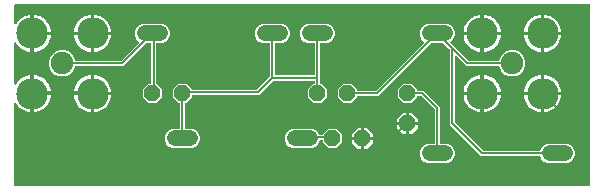
<source format=gbr>
G04 EAGLE Gerber RS-274X export*
G75*
%MOMM*%
%FSLAX34Y34*%
%LPD*%
%INTop Copper*%
%IPPOS*%
%AMOC8*
5,1,8,0,0,1.08239X$1,22.5*%
G01*
%ADD10C,1.905000*%
%ADD11C,2.667000*%
%ADD12C,1.320800*%
%ADD13P,1.429621X8X22.500000*%
%ADD14P,1.429621X8X292.500000*%
%ADD15C,0.152400*%

G36*
X534998Y810264D02*
X534998Y810264D01*
X535017Y810262D01*
X535119Y810284D01*
X535221Y810300D01*
X535238Y810310D01*
X535258Y810314D01*
X535347Y810367D01*
X535438Y810416D01*
X535452Y810430D01*
X535469Y810440D01*
X535536Y810519D01*
X535608Y810594D01*
X535616Y810612D01*
X535629Y810627D01*
X535668Y810723D01*
X535711Y810817D01*
X535713Y810837D01*
X535721Y810855D01*
X535739Y811022D01*
X535739Y963678D01*
X535736Y963698D01*
X535738Y963717D01*
X535716Y963819D01*
X535700Y963921D01*
X535690Y963938D01*
X535686Y963958D01*
X535633Y964047D01*
X535584Y964138D01*
X535570Y964152D01*
X535560Y964169D01*
X535481Y964236D01*
X535406Y964308D01*
X535388Y964316D01*
X535373Y964329D01*
X535277Y964368D01*
X535183Y964411D01*
X535163Y964413D01*
X535145Y964421D01*
X534978Y964439D01*
X49022Y964439D01*
X49002Y964436D01*
X48983Y964438D01*
X48881Y964416D01*
X48779Y964400D01*
X48762Y964390D01*
X48742Y964386D01*
X48653Y964333D01*
X48562Y964284D01*
X48548Y964270D01*
X48531Y964260D01*
X48464Y964181D01*
X48392Y964106D01*
X48384Y964088D01*
X48371Y964073D01*
X48332Y963977D01*
X48289Y963883D01*
X48287Y963863D01*
X48279Y963845D01*
X48261Y963678D01*
X48261Y948268D01*
X48268Y948220D01*
X48267Y948172D01*
X48288Y948100D01*
X48300Y948025D01*
X48323Y947983D01*
X48337Y947937D01*
X48380Y947874D01*
X48416Y947808D01*
X48450Y947775D01*
X48478Y947735D01*
X48539Y947690D01*
X48594Y947638D01*
X48637Y947618D01*
X48676Y947590D01*
X48748Y947567D01*
X48817Y947535D01*
X48865Y947529D01*
X48910Y947515D01*
X48986Y947516D01*
X49061Y947508D01*
X49108Y947518D01*
X49156Y947518D01*
X49228Y947544D01*
X49302Y947560D01*
X49343Y947584D01*
X49388Y947600D01*
X49448Y947647D01*
X49513Y947686D01*
X49544Y947722D01*
X49582Y947752D01*
X49658Y947856D01*
X49673Y947873D01*
X49675Y947879D01*
X49681Y947887D01*
X50173Y948738D01*
X51439Y950389D01*
X52911Y951861D01*
X54562Y953128D01*
X56364Y954168D01*
X58287Y954964D01*
X60297Y955503D01*
X61878Y955711D01*
X61878Y940661D01*
X61881Y940641D01*
X61879Y940622D01*
X61901Y940520D01*
X61918Y940418D01*
X61927Y940401D01*
X61931Y940381D01*
X61984Y940292D01*
X62033Y940201D01*
X62047Y940187D01*
X62057Y940170D01*
X62136Y940103D01*
X62211Y940032D01*
X62229Y940023D01*
X62244Y940010D01*
X62340Y939972D01*
X62434Y939928D01*
X62454Y939926D01*
X62472Y939918D01*
X62639Y939900D01*
X63402Y939900D01*
X63402Y939898D01*
X62639Y939898D01*
X62619Y939895D01*
X62600Y939897D01*
X62498Y939875D01*
X62396Y939858D01*
X62379Y939849D01*
X62359Y939845D01*
X62270Y939792D01*
X62179Y939743D01*
X62165Y939729D01*
X62148Y939719D01*
X62081Y939640D01*
X62010Y939565D01*
X62001Y939547D01*
X61988Y939532D01*
X61949Y939436D01*
X61906Y939342D01*
X61904Y939322D01*
X61896Y939304D01*
X61878Y939137D01*
X61878Y924087D01*
X60297Y924295D01*
X58287Y924834D01*
X56364Y925630D01*
X54562Y926670D01*
X52911Y927937D01*
X51439Y929409D01*
X50173Y931060D01*
X49681Y931911D01*
X49651Y931948D01*
X49628Y931990D01*
X49574Y932042D01*
X49525Y932101D01*
X49485Y932127D01*
X49450Y932160D01*
X49381Y932192D01*
X49317Y932232D01*
X49271Y932243D01*
X49227Y932263D01*
X49152Y932272D01*
X49078Y932289D01*
X49030Y932285D01*
X48983Y932290D01*
X48908Y932274D01*
X48833Y932268D01*
X48789Y932248D01*
X48742Y932238D01*
X48677Y932199D01*
X48608Y932169D01*
X48572Y932137D01*
X48531Y932112D01*
X48482Y932054D01*
X48426Y932003D01*
X48402Y931962D01*
X48371Y931925D01*
X48343Y931855D01*
X48306Y931789D01*
X48297Y931742D01*
X48279Y931697D01*
X48265Y931569D01*
X48261Y931547D01*
X48262Y931540D01*
X48261Y931530D01*
X48261Y897270D01*
X48268Y897222D01*
X48267Y897174D01*
X48288Y897102D01*
X48300Y897027D01*
X48323Y896985D01*
X48337Y896939D01*
X48380Y896876D01*
X48416Y896810D01*
X48450Y896777D01*
X48478Y896737D01*
X48539Y896692D01*
X48594Y896640D01*
X48637Y896620D01*
X48676Y896592D01*
X48748Y896569D01*
X48817Y896537D01*
X48865Y896531D01*
X48910Y896517D01*
X48986Y896518D01*
X49061Y896510D01*
X49108Y896520D01*
X49156Y896520D01*
X49228Y896546D01*
X49302Y896562D01*
X49343Y896586D01*
X49388Y896602D01*
X49448Y896649D01*
X49513Y896688D01*
X49544Y896724D01*
X49582Y896754D01*
X49658Y896858D01*
X49673Y896875D01*
X49675Y896881D01*
X49681Y896889D01*
X50173Y897740D01*
X51439Y899391D01*
X52911Y900863D01*
X54562Y902130D01*
X56364Y903170D01*
X58287Y903966D01*
X60297Y904505D01*
X61878Y904713D01*
X61878Y889663D01*
X61881Y889643D01*
X61879Y889624D01*
X61901Y889522D01*
X61918Y889420D01*
X61927Y889403D01*
X61931Y889383D01*
X61984Y889294D01*
X62033Y889203D01*
X62047Y889189D01*
X62057Y889172D01*
X62136Y889105D01*
X62211Y889034D01*
X62229Y889025D01*
X62244Y889012D01*
X62340Y888974D01*
X62434Y888930D01*
X62454Y888928D01*
X62472Y888920D01*
X62639Y888902D01*
X63402Y888902D01*
X63402Y888900D01*
X62639Y888900D01*
X62619Y888897D01*
X62600Y888899D01*
X62498Y888877D01*
X62396Y888860D01*
X62379Y888851D01*
X62359Y888847D01*
X62270Y888794D01*
X62179Y888745D01*
X62165Y888731D01*
X62148Y888721D01*
X62081Y888642D01*
X62010Y888567D01*
X62001Y888549D01*
X61988Y888534D01*
X61949Y888438D01*
X61906Y888344D01*
X61904Y888324D01*
X61896Y888306D01*
X61878Y888139D01*
X61878Y873089D01*
X60297Y873297D01*
X58287Y873836D01*
X56364Y874632D01*
X54562Y875672D01*
X52911Y876939D01*
X51439Y878411D01*
X50173Y880062D01*
X49681Y880913D01*
X49651Y880950D01*
X49628Y880992D01*
X49574Y881044D01*
X49525Y881103D01*
X49485Y881129D01*
X49450Y881162D01*
X49381Y881194D01*
X49317Y881234D01*
X49271Y881245D01*
X49227Y881265D01*
X49152Y881274D01*
X49078Y881291D01*
X49030Y881287D01*
X48983Y881292D01*
X48908Y881276D01*
X48833Y881270D01*
X48789Y881250D01*
X48742Y881240D01*
X48677Y881201D01*
X48608Y881171D01*
X48572Y881139D01*
X48531Y881114D01*
X48482Y881056D01*
X48426Y881005D01*
X48402Y880964D01*
X48371Y880927D01*
X48343Y880857D01*
X48306Y880791D01*
X48297Y880744D01*
X48279Y880699D01*
X48265Y880571D01*
X48261Y880549D01*
X48262Y880542D01*
X48261Y880532D01*
X48261Y811022D01*
X48264Y811002D01*
X48262Y810983D01*
X48284Y810881D01*
X48300Y810779D01*
X48310Y810762D01*
X48314Y810742D01*
X48367Y810653D01*
X48416Y810562D01*
X48430Y810548D01*
X48440Y810531D01*
X48519Y810464D01*
X48594Y810392D01*
X48612Y810384D01*
X48627Y810371D01*
X48723Y810332D01*
X48817Y810289D01*
X48837Y810287D01*
X48855Y810279D01*
X49022Y810261D01*
X534978Y810261D01*
X534998Y810264D01*
G37*
%LPC*%
G36*
X499779Y830071D02*
X499779Y830071D01*
X496791Y831309D01*
X494505Y833595D01*
X493739Y835443D01*
X493677Y835543D01*
X493618Y835643D01*
X493613Y835647D01*
X493610Y835652D01*
X493519Y835727D01*
X493431Y835803D01*
X493425Y835805D01*
X493420Y835809D01*
X493312Y835851D01*
X493203Y835895D01*
X493195Y835896D01*
X493191Y835897D01*
X493172Y835898D01*
X493036Y835913D01*
X443553Y835913D01*
X416813Y862653D01*
X416813Y925837D01*
X416799Y925928D01*
X416791Y926018D01*
X416779Y926048D01*
X416774Y926080D01*
X416731Y926161D01*
X416695Y926245D01*
X416669Y926277D01*
X416658Y926298D01*
X416635Y926320D01*
X416590Y926376D01*
X411518Y931448D01*
X411444Y931501D01*
X411374Y931561D01*
X411344Y931573D01*
X411318Y931592D01*
X411231Y931619D01*
X411146Y931653D01*
X411105Y931657D01*
X411083Y931664D01*
X411051Y931663D01*
X410979Y931671D01*
X401821Y931671D01*
X401730Y931657D01*
X401640Y931649D01*
X401610Y931637D01*
X401578Y931632D01*
X401497Y931589D01*
X401413Y931553D01*
X401381Y931527D01*
X401360Y931516D01*
X401338Y931493D01*
X401282Y931448D01*
X356547Y886713D01*
X339090Y886713D01*
X339070Y886710D01*
X339051Y886712D01*
X338949Y886690D01*
X338847Y886674D01*
X338830Y886664D01*
X338810Y886660D01*
X338721Y886607D01*
X338630Y886558D01*
X338616Y886544D01*
X338599Y886534D01*
X338532Y886455D01*
X338460Y886380D01*
X338452Y886362D01*
X338439Y886347D01*
X338400Y886251D01*
X338357Y886157D01*
X338355Y886137D01*
X338347Y886119D01*
X338329Y885952D01*
X338329Y885633D01*
X333567Y880871D01*
X326833Y880871D01*
X322071Y885633D01*
X322071Y892367D01*
X326833Y897129D01*
X333567Y897129D01*
X338329Y892367D01*
X338329Y892048D01*
X338332Y892028D01*
X338330Y892009D01*
X338352Y891907D01*
X338368Y891805D01*
X338378Y891788D01*
X338382Y891768D01*
X338435Y891679D01*
X338484Y891588D01*
X338498Y891574D01*
X338508Y891557D01*
X338587Y891490D01*
X338662Y891418D01*
X338680Y891410D01*
X338695Y891397D01*
X338791Y891358D01*
X338885Y891315D01*
X338905Y891313D01*
X338923Y891305D01*
X339090Y891287D01*
X354337Y891287D01*
X354428Y891301D01*
X354518Y891309D01*
X354548Y891321D01*
X354580Y891326D01*
X354661Y891369D01*
X354745Y891405D01*
X354777Y891431D01*
X354798Y891442D01*
X354820Y891465D01*
X354876Y891510D01*
X395195Y931829D01*
X395207Y931845D01*
X395222Y931857D01*
X395278Y931945D01*
X395338Y932029D01*
X395344Y932047D01*
X395355Y932064D01*
X395380Y932165D01*
X395411Y932264D01*
X395410Y932284D01*
X395415Y932303D01*
X395407Y932406D01*
X395404Y932509D01*
X395398Y932528D01*
X395396Y932548D01*
X395356Y932643D01*
X395320Y932741D01*
X395307Y932756D01*
X395300Y932774D01*
X395195Y932905D01*
X392905Y935195D01*
X391667Y938183D01*
X391667Y941417D01*
X392905Y944405D01*
X395191Y946691D01*
X398179Y947929D01*
X414621Y947929D01*
X417609Y946691D01*
X419895Y944405D01*
X421133Y941417D01*
X421133Y938183D01*
X419895Y935195D01*
X417605Y932905D01*
X417593Y932889D01*
X417578Y932877D01*
X417522Y932790D01*
X417462Y932706D01*
X417456Y932687D01*
X417445Y932670D01*
X417420Y932569D01*
X417389Y932471D01*
X417390Y932451D01*
X417385Y932431D01*
X417393Y932328D01*
X417396Y932225D01*
X417402Y932206D01*
X417404Y932186D01*
X417444Y932091D01*
X417480Y931994D01*
X417493Y931978D01*
X417500Y931960D01*
X417605Y931829D01*
X419824Y929610D01*
X432524Y916910D01*
X432598Y916857D01*
X432668Y916797D01*
X432698Y916785D01*
X432724Y916766D01*
X432811Y916739D01*
X432896Y916705D01*
X432937Y916701D01*
X432959Y916694D01*
X432991Y916695D01*
X433063Y916687D01*
X458378Y916687D01*
X458493Y916706D01*
X458609Y916723D01*
X458615Y916725D01*
X458621Y916726D01*
X458724Y916781D01*
X458829Y916834D01*
X458833Y916839D01*
X458839Y916842D01*
X458918Y916926D01*
X459001Y917010D01*
X459004Y917016D01*
X459008Y917020D01*
X459016Y917037D01*
X459082Y917157D01*
X460533Y920659D01*
X463641Y923767D01*
X467702Y925450D01*
X472098Y925450D01*
X476159Y923767D01*
X479267Y920659D01*
X480950Y916598D01*
X480950Y912202D01*
X479267Y908141D01*
X476159Y905033D01*
X472098Y903350D01*
X467702Y903350D01*
X463641Y905033D01*
X460533Y908141D01*
X459082Y911643D01*
X459020Y911743D01*
X458960Y911843D01*
X458955Y911847D01*
X458952Y911852D01*
X458862Y911927D01*
X458773Y912003D01*
X458767Y912005D01*
X458763Y912009D01*
X458655Y912051D01*
X458545Y912095D01*
X458538Y912096D01*
X458533Y912097D01*
X458515Y912098D01*
X458378Y912113D01*
X430853Y912113D01*
X422686Y920280D01*
X422628Y920322D01*
X422576Y920371D01*
X422529Y920393D01*
X422487Y920423D01*
X422418Y920444D01*
X422353Y920475D01*
X422301Y920480D01*
X422251Y920496D01*
X422180Y920494D01*
X422109Y920502D01*
X422058Y920491D01*
X422006Y920489D01*
X421938Y920465D01*
X421868Y920450D01*
X421823Y920423D01*
X421775Y920405D01*
X421719Y920360D01*
X421657Y920323D01*
X421623Y920284D01*
X421583Y920251D01*
X421544Y920191D01*
X421497Y920136D01*
X421478Y920088D01*
X421450Y920044D01*
X421432Y919975D01*
X421405Y919908D01*
X421397Y919837D01*
X421389Y919806D01*
X421391Y919782D01*
X421387Y919742D01*
X421387Y864863D01*
X421401Y864772D01*
X421409Y864682D01*
X421421Y864652D01*
X421426Y864620D01*
X421469Y864539D01*
X421505Y864455D01*
X421531Y864423D01*
X421542Y864402D01*
X421565Y864380D01*
X421610Y864324D01*
X445224Y840710D01*
X445298Y840657D01*
X445368Y840597D01*
X445398Y840585D01*
X445424Y840566D01*
X445511Y840539D01*
X445596Y840505D01*
X445637Y840501D01*
X445659Y840494D01*
X445691Y840495D01*
X445763Y840487D01*
X493036Y840487D01*
X493151Y840506D01*
X493267Y840523D01*
X493273Y840525D01*
X493279Y840526D01*
X493381Y840581D01*
X493486Y840634D01*
X493491Y840639D01*
X493496Y840642D01*
X493576Y840726D01*
X493659Y840810D01*
X493662Y840816D01*
X493666Y840820D01*
X493673Y840837D01*
X493739Y840957D01*
X494505Y842805D01*
X496791Y845091D01*
X499779Y846329D01*
X516221Y846329D01*
X519209Y845091D01*
X521495Y842805D01*
X522733Y839817D01*
X522733Y836583D01*
X521495Y833595D01*
X519209Y831309D01*
X516221Y830071D01*
X499779Y830071D01*
G37*
%LPD*%
%LPC*%
G36*
X182279Y842771D02*
X182279Y842771D01*
X179291Y844009D01*
X177005Y846295D01*
X175767Y849283D01*
X175767Y852517D01*
X177005Y855505D01*
X179291Y857791D01*
X182279Y859029D01*
X187452Y859029D01*
X187472Y859032D01*
X187491Y859030D01*
X187593Y859052D01*
X187695Y859068D01*
X187712Y859078D01*
X187732Y859082D01*
X187821Y859135D01*
X187912Y859184D01*
X187926Y859198D01*
X187943Y859208D01*
X188010Y859287D01*
X188082Y859362D01*
X188090Y859380D01*
X188103Y859395D01*
X188142Y859491D01*
X188185Y859585D01*
X188187Y859605D01*
X188195Y859623D01*
X188213Y859790D01*
X188213Y880110D01*
X188210Y880130D01*
X188212Y880149D01*
X188190Y880251D01*
X188174Y880353D01*
X188164Y880370D01*
X188160Y880390D01*
X188107Y880479D01*
X188058Y880570D01*
X188044Y880584D01*
X188034Y880601D01*
X187955Y880668D01*
X187880Y880740D01*
X187862Y880748D01*
X187847Y880761D01*
X187751Y880800D01*
X187657Y880843D01*
X187637Y880845D01*
X187619Y880853D01*
X187452Y880871D01*
X187133Y880871D01*
X182371Y885633D01*
X182371Y892367D01*
X187133Y897129D01*
X193867Y897129D01*
X198470Y892526D01*
X198544Y892473D01*
X198613Y892413D01*
X198644Y892401D01*
X198670Y892382D01*
X198757Y892355D01*
X198842Y892321D01*
X198883Y892317D01*
X198905Y892310D01*
X198937Y892311D01*
X199008Y892303D01*
X253245Y892303D01*
X253336Y892317D01*
X253426Y892325D01*
X253456Y892337D01*
X253488Y892342D01*
X253569Y892385D01*
X253653Y892421D01*
X253685Y892447D01*
X253706Y892458D01*
X253728Y892481D01*
X253784Y892526D01*
X264190Y902932D01*
X264243Y903006D01*
X264303Y903076D01*
X264315Y903106D01*
X264334Y903132D01*
X264361Y903219D01*
X264395Y903304D01*
X264399Y903345D01*
X264406Y903367D01*
X264405Y903399D01*
X264413Y903471D01*
X264413Y930910D01*
X264410Y930930D01*
X264412Y930949D01*
X264390Y931051D01*
X264374Y931153D01*
X264364Y931170D01*
X264360Y931190D01*
X264307Y931279D01*
X264258Y931370D01*
X264244Y931384D01*
X264234Y931401D01*
X264155Y931468D01*
X264080Y931540D01*
X264062Y931548D01*
X264047Y931561D01*
X263951Y931600D01*
X263857Y931643D01*
X263837Y931645D01*
X263819Y931653D01*
X263652Y931671D01*
X258479Y931671D01*
X255491Y932909D01*
X253205Y935195D01*
X251967Y938183D01*
X251967Y941417D01*
X253205Y944405D01*
X255491Y946691D01*
X258479Y947929D01*
X274921Y947929D01*
X277909Y946691D01*
X280195Y944405D01*
X281433Y941417D01*
X281433Y938183D01*
X280195Y935195D01*
X277909Y932909D01*
X274921Y931671D01*
X269748Y931671D01*
X269728Y931668D01*
X269709Y931670D01*
X269607Y931648D01*
X269505Y931632D01*
X269488Y931622D01*
X269468Y931618D01*
X269379Y931565D01*
X269288Y931516D01*
X269274Y931502D01*
X269257Y931492D01*
X269190Y931413D01*
X269118Y931338D01*
X269110Y931320D01*
X269097Y931305D01*
X269058Y931209D01*
X269015Y931115D01*
X269013Y931095D01*
X269005Y931077D01*
X268987Y930910D01*
X268987Y905256D01*
X268990Y905236D01*
X268988Y905217D01*
X269010Y905115D01*
X269026Y905013D01*
X269036Y904996D01*
X269040Y904976D01*
X269093Y904887D01*
X269142Y904796D01*
X269156Y904782D01*
X269166Y904765D01*
X269245Y904698D01*
X269320Y904626D01*
X269338Y904618D01*
X269353Y904605D01*
X269449Y904566D01*
X269543Y904523D01*
X269563Y904521D01*
X269581Y904513D01*
X269748Y904495D01*
X301752Y904495D01*
X301772Y904498D01*
X301791Y904496D01*
X301893Y904518D01*
X301995Y904534D01*
X302012Y904544D01*
X302032Y904548D01*
X302121Y904601D01*
X302212Y904650D01*
X302226Y904664D01*
X302243Y904674D01*
X302310Y904753D01*
X302382Y904828D01*
X302390Y904846D01*
X302403Y904861D01*
X302442Y904957D01*
X302485Y905051D01*
X302487Y905071D01*
X302495Y905089D01*
X302513Y905256D01*
X302513Y930910D01*
X302510Y930930D01*
X302512Y930949D01*
X302490Y931051D01*
X302474Y931153D01*
X302464Y931170D01*
X302460Y931190D01*
X302407Y931279D01*
X302358Y931370D01*
X302344Y931384D01*
X302334Y931401D01*
X302255Y931468D01*
X302180Y931540D01*
X302162Y931548D01*
X302147Y931561D01*
X302051Y931600D01*
X301957Y931643D01*
X301937Y931645D01*
X301919Y931653D01*
X301752Y931671D01*
X296579Y931671D01*
X293591Y932909D01*
X291305Y935195D01*
X290067Y938183D01*
X290067Y941417D01*
X291305Y944405D01*
X293591Y946691D01*
X296579Y947929D01*
X313021Y947929D01*
X316009Y946691D01*
X318295Y944405D01*
X319533Y941417D01*
X319533Y938183D01*
X318295Y935195D01*
X316009Y932909D01*
X313021Y931671D01*
X307848Y931671D01*
X307828Y931668D01*
X307809Y931670D01*
X307707Y931648D01*
X307605Y931632D01*
X307588Y931622D01*
X307568Y931618D01*
X307479Y931565D01*
X307388Y931516D01*
X307374Y931502D01*
X307357Y931492D01*
X307290Y931413D01*
X307218Y931338D01*
X307210Y931320D01*
X307197Y931305D01*
X307158Y931209D01*
X307115Y931115D01*
X307113Y931095D01*
X307105Y931077D01*
X307087Y930910D01*
X307087Y897890D01*
X307090Y897870D01*
X307088Y897851D01*
X307110Y897749D01*
X307126Y897647D01*
X307136Y897630D01*
X307140Y897610D01*
X307193Y897521D01*
X307242Y897430D01*
X307256Y897416D01*
X307266Y897399D01*
X307345Y897332D01*
X307420Y897260D01*
X307438Y897252D01*
X307453Y897239D01*
X307549Y897200D01*
X307643Y897157D01*
X307663Y897155D01*
X307681Y897147D01*
X307848Y897129D01*
X308167Y897129D01*
X312929Y892367D01*
X312929Y885633D01*
X308167Y880871D01*
X301433Y880871D01*
X296671Y885633D01*
X296671Y892367D01*
X301433Y897129D01*
X301752Y897129D01*
X301772Y897132D01*
X301791Y897130D01*
X301893Y897152D01*
X301995Y897168D01*
X302012Y897178D01*
X302032Y897182D01*
X302121Y897235D01*
X302212Y897284D01*
X302226Y897298D01*
X302243Y897308D01*
X302310Y897387D01*
X302382Y897462D01*
X302390Y897480D01*
X302403Y897495D01*
X302442Y897591D01*
X302485Y897685D01*
X302487Y897705D01*
X302495Y897723D01*
X302513Y897890D01*
X302513Y899160D01*
X302510Y899180D01*
X302512Y899199D01*
X302490Y899301D01*
X302474Y899403D01*
X302464Y899420D01*
X302460Y899440D01*
X302407Y899529D01*
X302358Y899620D01*
X302344Y899634D01*
X302334Y899651D01*
X302255Y899718D01*
X302180Y899790D01*
X302162Y899798D01*
X302147Y899811D01*
X302051Y899850D01*
X301957Y899893D01*
X301937Y899895D01*
X301919Y899903D01*
X301752Y899921D01*
X267963Y899921D01*
X267872Y899907D01*
X267782Y899899D01*
X267752Y899887D01*
X267720Y899882D01*
X267639Y899839D01*
X267555Y899803D01*
X267523Y899777D01*
X267502Y899766D01*
X267480Y899743D01*
X267424Y899698D01*
X255455Y887729D01*
X199390Y887729D01*
X199370Y887726D01*
X199351Y887728D01*
X199249Y887706D01*
X199147Y887690D01*
X199130Y887680D01*
X199110Y887676D01*
X199021Y887623D01*
X198930Y887574D01*
X198916Y887560D01*
X198899Y887550D01*
X198832Y887471D01*
X198760Y887396D01*
X198752Y887378D01*
X198739Y887363D01*
X198700Y887267D01*
X198657Y887173D01*
X198655Y887153D01*
X198647Y887135D01*
X198629Y886968D01*
X198629Y885633D01*
X193867Y880871D01*
X193548Y880871D01*
X193528Y880868D01*
X193509Y880870D01*
X193407Y880848D01*
X193305Y880832D01*
X193288Y880822D01*
X193268Y880818D01*
X193179Y880765D01*
X193088Y880716D01*
X193074Y880702D01*
X193057Y880692D01*
X192990Y880613D01*
X192918Y880538D01*
X192910Y880520D01*
X192897Y880505D01*
X192858Y880409D01*
X192815Y880315D01*
X192813Y880295D01*
X192805Y880277D01*
X192787Y880110D01*
X192787Y859790D01*
X192790Y859770D01*
X192788Y859751D01*
X192810Y859649D01*
X192826Y859547D01*
X192836Y859530D01*
X192840Y859510D01*
X192893Y859421D01*
X192942Y859330D01*
X192956Y859316D01*
X192966Y859299D01*
X193045Y859232D01*
X193120Y859160D01*
X193138Y859152D01*
X193153Y859139D01*
X193249Y859100D01*
X193343Y859057D01*
X193363Y859055D01*
X193381Y859047D01*
X193548Y859029D01*
X198721Y859029D01*
X201709Y857791D01*
X203995Y855505D01*
X205233Y852517D01*
X205233Y849283D01*
X203995Y846295D01*
X201709Y844009D01*
X198721Y842771D01*
X182279Y842771D01*
G37*
%LPD*%
%LPC*%
G36*
X161733Y880871D02*
X161733Y880871D01*
X156971Y885633D01*
X156971Y892367D01*
X161733Y897129D01*
X163068Y897129D01*
X163088Y897132D01*
X163107Y897130D01*
X163209Y897152D01*
X163311Y897168D01*
X163328Y897178D01*
X163348Y897182D01*
X163437Y897235D01*
X163528Y897284D01*
X163542Y897298D01*
X163559Y897308D01*
X163626Y897387D01*
X163698Y897462D01*
X163706Y897480D01*
X163719Y897495D01*
X163758Y897591D01*
X163801Y897685D01*
X163803Y897705D01*
X163811Y897723D01*
X163829Y897890D01*
X163829Y930910D01*
X163826Y930930D01*
X163828Y930949D01*
X163806Y931051D01*
X163790Y931153D01*
X163780Y931170D01*
X163776Y931190D01*
X163723Y931279D01*
X163674Y931370D01*
X163660Y931384D01*
X163650Y931401D01*
X163571Y931468D01*
X163496Y931540D01*
X163478Y931548D01*
X163463Y931561D01*
X163367Y931600D01*
X163273Y931643D01*
X163253Y931645D01*
X163235Y931653D01*
X163068Y931671D01*
X160521Y931671D01*
X160430Y931657D01*
X160340Y931649D01*
X160310Y931637D01*
X160278Y931632D01*
X160197Y931589D01*
X160113Y931553D01*
X160081Y931527D01*
X160060Y931516D01*
X160038Y931493D01*
X159982Y931448D01*
X140647Y912113D01*
X100422Y912113D01*
X100307Y912094D01*
X100191Y912077D01*
X100185Y912075D01*
X100179Y912074D01*
X100076Y912019D01*
X99971Y911966D01*
X99967Y911961D01*
X99961Y911958D01*
X99882Y911874D01*
X99799Y911790D01*
X99796Y911784D01*
X99792Y911780D01*
X99784Y911763D01*
X99718Y911643D01*
X98267Y908141D01*
X95159Y905033D01*
X91098Y903350D01*
X86702Y903350D01*
X82641Y905033D01*
X79533Y908141D01*
X77850Y912202D01*
X77850Y916598D01*
X79533Y920659D01*
X82641Y923767D01*
X86702Y925450D01*
X91098Y925450D01*
X95159Y923767D01*
X98267Y920659D01*
X99718Y917157D01*
X99780Y917057D01*
X99840Y916957D01*
X99845Y916953D01*
X99848Y916948D01*
X99938Y916873D01*
X100027Y916797D01*
X100033Y916795D01*
X100037Y916791D01*
X100146Y916749D01*
X100255Y916705D01*
X100262Y916704D01*
X100267Y916703D01*
X100285Y916702D01*
X100422Y916687D01*
X138437Y916687D01*
X138528Y916701D01*
X138618Y916709D01*
X138648Y916721D01*
X138680Y916726D01*
X138761Y916769D01*
X138845Y916805D01*
X138877Y916831D01*
X138898Y916842D01*
X138920Y916865D01*
X138976Y916910D01*
X153895Y931829D01*
X153907Y931845D01*
X153922Y931857D01*
X153978Y931945D01*
X154038Y932029D01*
X154044Y932047D01*
X154055Y932064D01*
X154080Y932165D01*
X154111Y932264D01*
X154110Y932284D01*
X154115Y932303D01*
X154107Y932406D01*
X154104Y932509D01*
X154098Y932528D01*
X154096Y932548D01*
X154056Y932643D01*
X154020Y932741D01*
X154007Y932756D01*
X154000Y932774D01*
X153895Y932905D01*
X151605Y935195D01*
X150367Y938183D01*
X150367Y941417D01*
X151605Y944405D01*
X153891Y946691D01*
X156879Y947929D01*
X173321Y947929D01*
X176309Y946691D01*
X178595Y944405D01*
X179833Y941417D01*
X179833Y938183D01*
X178595Y935195D01*
X176309Y932909D01*
X173321Y931671D01*
X169164Y931671D01*
X169144Y931668D01*
X169125Y931670D01*
X169023Y931648D01*
X168921Y931632D01*
X168904Y931622D01*
X168884Y931618D01*
X168795Y931565D01*
X168704Y931516D01*
X168690Y931502D01*
X168673Y931492D01*
X168606Y931413D01*
X168534Y931338D01*
X168526Y931320D01*
X168513Y931305D01*
X168474Y931209D01*
X168431Y931115D01*
X168429Y931095D01*
X168421Y931077D01*
X168403Y930910D01*
X168403Y897508D01*
X168417Y897418D01*
X168425Y897327D01*
X168437Y897298D01*
X168442Y897266D01*
X168485Y897185D01*
X168521Y897101D01*
X168547Y897069D01*
X168558Y897048D01*
X168581Y897026D01*
X168626Y896970D01*
X173229Y892367D01*
X173229Y885633D01*
X168467Y880871D01*
X161733Y880871D01*
G37*
%LPD*%
%LPC*%
G36*
X398179Y830071D02*
X398179Y830071D01*
X395191Y831309D01*
X392905Y833595D01*
X391667Y836583D01*
X391667Y839817D01*
X392905Y842805D01*
X395191Y845091D01*
X398179Y846329D01*
X403352Y846329D01*
X403372Y846332D01*
X403391Y846330D01*
X403493Y846352D01*
X403595Y846368D01*
X403612Y846378D01*
X403632Y846382D01*
X403721Y846435D01*
X403812Y846484D01*
X403826Y846498D01*
X403843Y846508D01*
X403910Y846587D01*
X403982Y846662D01*
X403990Y846680D01*
X404003Y846695D01*
X404042Y846791D01*
X404085Y846885D01*
X404087Y846905D01*
X404095Y846923D01*
X404113Y847090D01*
X404113Y875037D01*
X404099Y875128D01*
X404091Y875218D01*
X404079Y875248D01*
X404074Y875280D01*
X404031Y875361D01*
X403995Y875445D01*
X403969Y875477D01*
X403958Y875498D01*
X403935Y875520D01*
X403890Y875576D01*
X392976Y886490D01*
X392902Y886543D01*
X392832Y886603D01*
X392802Y886615D01*
X392776Y886634D01*
X392689Y886661D01*
X392604Y886695D01*
X392563Y886699D01*
X392541Y886706D01*
X392509Y886705D01*
X392437Y886713D01*
X389890Y886713D01*
X389870Y886710D01*
X389851Y886712D01*
X389749Y886690D01*
X389647Y886674D01*
X389630Y886664D01*
X389610Y886660D01*
X389521Y886607D01*
X389430Y886558D01*
X389416Y886544D01*
X389399Y886534D01*
X389332Y886455D01*
X389260Y886380D01*
X389252Y886362D01*
X389239Y886347D01*
X389200Y886251D01*
X389157Y886157D01*
X389155Y886137D01*
X389147Y886119D01*
X389129Y885952D01*
X389129Y885633D01*
X384367Y880871D01*
X377633Y880871D01*
X372871Y885633D01*
X372871Y892367D01*
X377633Y897129D01*
X384367Y897129D01*
X389129Y892367D01*
X389129Y892048D01*
X389132Y892028D01*
X389130Y892009D01*
X389152Y891907D01*
X389168Y891805D01*
X389178Y891788D01*
X389182Y891768D01*
X389235Y891679D01*
X389284Y891588D01*
X389298Y891574D01*
X389308Y891557D01*
X389387Y891490D01*
X389462Y891418D01*
X389480Y891410D01*
X389495Y891397D01*
X389591Y891358D01*
X389685Y891315D01*
X389705Y891313D01*
X389723Y891305D01*
X389890Y891287D01*
X394647Y891287D01*
X408687Y877247D01*
X408687Y847090D01*
X408690Y847070D01*
X408688Y847051D01*
X408710Y846949D01*
X408726Y846847D01*
X408736Y846830D01*
X408740Y846810D01*
X408793Y846721D01*
X408842Y846630D01*
X408856Y846616D01*
X408866Y846599D01*
X408945Y846532D01*
X409020Y846460D01*
X409038Y846452D01*
X409053Y846439D01*
X409149Y846400D01*
X409243Y846357D01*
X409263Y846355D01*
X409281Y846347D01*
X409448Y846329D01*
X414621Y846329D01*
X417609Y845091D01*
X419895Y842805D01*
X421133Y839817D01*
X421133Y836583D01*
X419895Y833595D01*
X417609Y831309D01*
X414621Y830071D01*
X398179Y830071D01*
G37*
%LPD*%
%LPC*%
G36*
X283879Y842771D02*
X283879Y842771D01*
X280891Y844009D01*
X278605Y846295D01*
X277367Y849283D01*
X277367Y852517D01*
X278605Y855505D01*
X280891Y857791D01*
X283879Y859029D01*
X300321Y859029D01*
X303309Y857791D01*
X305595Y855505D01*
X305940Y854673D01*
X306001Y854573D01*
X306061Y854473D01*
X306066Y854469D01*
X306069Y854464D01*
X306159Y854389D01*
X306248Y854313D01*
X306254Y854311D01*
X306259Y854307D01*
X306368Y854265D01*
X306476Y854221D01*
X306484Y854220D01*
X306488Y854219D01*
X306507Y854218D01*
X306643Y854203D01*
X308992Y854203D01*
X309082Y854217D01*
X309173Y854225D01*
X309202Y854237D01*
X309234Y854242D01*
X309315Y854285D01*
X309399Y854321D01*
X309431Y854347D01*
X309452Y854358D01*
X309474Y854381D01*
X309530Y854426D01*
X314133Y859029D01*
X320867Y859029D01*
X325629Y854267D01*
X325629Y847533D01*
X320867Y842771D01*
X314133Y842771D01*
X309371Y847533D01*
X309371Y848868D01*
X309368Y848888D01*
X309370Y848907D01*
X309348Y849009D01*
X309332Y849111D01*
X309322Y849128D01*
X309318Y849148D01*
X309265Y849237D01*
X309216Y849328D01*
X309202Y849342D01*
X309192Y849359D01*
X309113Y849426D01*
X309038Y849498D01*
X309020Y849506D01*
X309005Y849519D01*
X308909Y849558D01*
X308815Y849601D01*
X308795Y849603D01*
X308777Y849611D01*
X308610Y849629D01*
X307485Y849629D01*
X307370Y849610D01*
X307254Y849593D01*
X307248Y849591D01*
X307242Y849590D01*
X307139Y849535D01*
X307035Y849482D01*
X307030Y849477D01*
X307025Y849474D01*
X306945Y849390D01*
X306862Y849306D01*
X306859Y849300D01*
X306855Y849296D01*
X306847Y849279D01*
X306781Y849159D01*
X305595Y846295D01*
X303309Y844009D01*
X300321Y842771D01*
X283879Y842771D01*
G37*
%LPD*%
%LPC*%
G36*
X445924Y890424D02*
X445924Y890424D01*
X445924Y904713D01*
X447505Y904505D01*
X449515Y903966D01*
X451438Y903170D01*
X453240Y902130D01*
X454891Y900863D01*
X456363Y899391D01*
X457630Y897740D01*
X458670Y895938D01*
X459466Y894015D01*
X460005Y892005D01*
X460213Y890424D01*
X445924Y890424D01*
G37*
%LPD*%
%LPC*%
G36*
X115922Y890424D02*
X115922Y890424D01*
X115922Y904713D01*
X117503Y904505D01*
X119513Y903966D01*
X121436Y903170D01*
X123238Y902130D01*
X124889Y900863D01*
X126361Y899391D01*
X127628Y897740D01*
X128668Y895938D01*
X129464Y894015D01*
X130003Y892005D01*
X130211Y890424D01*
X115922Y890424D01*
G37*
%LPD*%
%LPC*%
G36*
X496922Y890424D02*
X496922Y890424D01*
X496922Y904713D01*
X498503Y904505D01*
X500513Y903966D01*
X502436Y903170D01*
X504238Y902130D01*
X505889Y900863D01*
X507361Y899391D01*
X508628Y897740D01*
X509668Y895938D01*
X510464Y894015D01*
X511003Y892005D01*
X511211Y890424D01*
X496922Y890424D01*
G37*
%LPD*%
%LPC*%
G36*
X64924Y890424D02*
X64924Y890424D01*
X64924Y904713D01*
X66505Y904505D01*
X68515Y903966D01*
X70438Y903170D01*
X72240Y902130D01*
X73891Y900863D01*
X75363Y899391D01*
X76630Y897740D01*
X77670Y895938D01*
X78466Y894015D01*
X79005Y892005D01*
X79213Y890424D01*
X64924Y890424D01*
G37*
%LPD*%
%LPC*%
G36*
X496922Y941422D02*
X496922Y941422D01*
X496922Y955711D01*
X498503Y955503D01*
X500513Y954964D01*
X502436Y954168D01*
X504238Y953128D01*
X505889Y951861D01*
X507361Y950389D01*
X508628Y948738D01*
X509668Y946936D01*
X510464Y945013D01*
X511003Y943003D01*
X511211Y941422D01*
X496922Y941422D01*
G37*
%LPD*%
%LPC*%
G36*
X64924Y941422D02*
X64924Y941422D01*
X64924Y955711D01*
X66505Y955503D01*
X68515Y954964D01*
X70438Y954168D01*
X72240Y953128D01*
X73891Y951861D01*
X75363Y950389D01*
X76630Y948738D01*
X77670Y946936D01*
X78466Y945013D01*
X79005Y943003D01*
X79213Y941422D01*
X64924Y941422D01*
G37*
%LPD*%
%LPC*%
G36*
X445924Y941422D02*
X445924Y941422D01*
X445924Y955711D01*
X447505Y955503D01*
X449515Y954964D01*
X451438Y954168D01*
X453240Y953128D01*
X454891Y951861D01*
X456363Y950389D01*
X457630Y948738D01*
X458670Y946936D01*
X459466Y945013D01*
X460005Y943003D01*
X460213Y941422D01*
X445924Y941422D01*
G37*
%LPD*%
%LPC*%
G36*
X115922Y941422D02*
X115922Y941422D01*
X115922Y955711D01*
X117503Y955503D01*
X119513Y954964D01*
X121436Y954168D01*
X123238Y953128D01*
X124889Y951861D01*
X126361Y950389D01*
X127628Y948738D01*
X128668Y946936D01*
X129464Y945013D01*
X130003Y943003D01*
X130211Y941422D01*
X115922Y941422D01*
G37*
%LPD*%
%LPC*%
G36*
X115922Y887378D02*
X115922Y887378D01*
X130211Y887378D01*
X130003Y885797D01*
X129464Y883787D01*
X128668Y881864D01*
X127628Y880062D01*
X126361Y878411D01*
X124889Y876939D01*
X123238Y875672D01*
X121436Y874632D01*
X119513Y873836D01*
X117503Y873297D01*
X115922Y873089D01*
X115922Y887378D01*
G37*
%LPD*%
%LPC*%
G36*
X445924Y887378D02*
X445924Y887378D01*
X460213Y887378D01*
X460005Y885797D01*
X459466Y883787D01*
X458670Y881864D01*
X457630Y880062D01*
X456363Y878411D01*
X454891Y876939D01*
X453240Y875672D01*
X451438Y874632D01*
X449515Y873836D01*
X447505Y873297D01*
X445924Y873089D01*
X445924Y887378D01*
G37*
%LPD*%
%LPC*%
G36*
X496922Y887378D02*
X496922Y887378D01*
X511211Y887378D01*
X511003Y885797D01*
X510464Y883787D01*
X509668Y881864D01*
X508628Y880062D01*
X507361Y878411D01*
X505889Y876939D01*
X504238Y875672D01*
X502436Y874632D01*
X500513Y873836D01*
X498503Y873297D01*
X496922Y873089D01*
X496922Y887378D01*
G37*
%LPD*%
%LPC*%
G36*
X479587Y890424D02*
X479587Y890424D01*
X479795Y892005D01*
X480334Y894015D01*
X481130Y895938D01*
X482170Y897740D01*
X483437Y899391D01*
X484909Y900863D01*
X486560Y902130D01*
X488362Y903170D01*
X490285Y903966D01*
X492295Y904505D01*
X493876Y904713D01*
X493876Y890424D01*
X479587Y890424D01*
G37*
%LPD*%
%LPC*%
G36*
X98587Y890424D02*
X98587Y890424D01*
X98795Y892005D01*
X99334Y894015D01*
X100130Y895938D01*
X101170Y897740D01*
X102437Y899391D01*
X103909Y900863D01*
X105560Y902130D01*
X107362Y903170D01*
X109285Y903966D01*
X111295Y904505D01*
X112876Y904713D01*
X112876Y890424D01*
X98587Y890424D01*
G37*
%LPD*%
%LPC*%
G36*
X64924Y887378D02*
X64924Y887378D01*
X79213Y887378D01*
X79005Y885797D01*
X78466Y883787D01*
X77670Y881864D01*
X76630Y880062D01*
X75363Y878411D01*
X73891Y876939D01*
X72240Y875672D01*
X70438Y874632D01*
X68515Y873836D01*
X66505Y873297D01*
X64924Y873089D01*
X64924Y887378D01*
G37*
%LPD*%
%LPC*%
G36*
X428589Y890424D02*
X428589Y890424D01*
X428797Y892005D01*
X429336Y894015D01*
X430132Y895938D01*
X431172Y897740D01*
X432439Y899391D01*
X433911Y900863D01*
X435562Y902130D01*
X437364Y903170D01*
X439287Y903966D01*
X441297Y904505D01*
X442878Y904713D01*
X442878Y890424D01*
X428589Y890424D01*
G37*
%LPD*%
%LPC*%
G36*
X98587Y941422D02*
X98587Y941422D01*
X98795Y943003D01*
X99334Y945013D01*
X100130Y946936D01*
X101170Y948738D01*
X102437Y950389D01*
X103909Y951861D01*
X105560Y953128D01*
X107362Y954168D01*
X109285Y954964D01*
X111295Y955503D01*
X112876Y955711D01*
X112876Y941422D01*
X98587Y941422D01*
G37*
%LPD*%
%LPC*%
G36*
X115922Y938376D02*
X115922Y938376D01*
X130211Y938376D01*
X130003Y936795D01*
X129464Y934785D01*
X128668Y932862D01*
X127628Y931060D01*
X126361Y929409D01*
X124889Y927937D01*
X123238Y926670D01*
X121436Y925630D01*
X119513Y924834D01*
X117503Y924295D01*
X115922Y924087D01*
X115922Y938376D01*
G37*
%LPD*%
%LPC*%
G36*
X64924Y938376D02*
X64924Y938376D01*
X79213Y938376D01*
X79005Y936795D01*
X78466Y934785D01*
X77670Y932862D01*
X76630Y931060D01*
X75363Y929409D01*
X73891Y927937D01*
X72240Y926670D01*
X70438Y925630D01*
X68515Y924834D01*
X66505Y924295D01*
X64924Y924087D01*
X64924Y938376D01*
G37*
%LPD*%
%LPC*%
G36*
X496922Y938376D02*
X496922Y938376D01*
X511211Y938376D01*
X511003Y936795D01*
X510464Y934785D01*
X509668Y932862D01*
X508628Y931060D01*
X507361Y929409D01*
X505889Y927937D01*
X504238Y926670D01*
X502436Y925630D01*
X500513Y924834D01*
X498503Y924295D01*
X496922Y924087D01*
X496922Y938376D01*
G37*
%LPD*%
%LPC*%
G36*
X445924Y938376D02*
X445924Y938376D01*
X460213Y938376D01*
X460005Y936795D01*
X459466Y934785D01*
X458670Y932862D01*
X457630Y931060D01*
X456363Y929409D01*
X454891Y927937D01*
X453240Y926670D01*
X451438Y925630D01*
X449515Y924834D01*
X447505Y924295D01*
X445924Y924087D01*
X445924Y938376D01*
G37*
%LPD*%
%LPC*%
G36*
X428589Y941422D02*
X428589Y941422D01*
X428797Y943003D01*
X429336Y945013D01*
X430132Y946936D01*
X431172Y948738D01*
X432439Y950389D01*
X433911Y951861D01*
X435562Y953128D01*
X437364Y954168D01*
X439287Y954964D01*
X441297Y955503D01*
X442878Y955711D01*
X442878Y941422D01*
X428589Y941422D01*
G37*
%LPD*%
%LPC*%
G36*
X479587Y941422D02*
X479587Y941422D01*
X479795Y943003D01*
X480334Y945013D01*
X481130Y946936D01*
X482170Y948738D01*
X483437Y950389D01*
X484909Y951861D01*
X486560Y953128D01*
X488362Y954168D01*
X490285Y954964D01*
X492295Y955503D01*
X493876Y955711D01*
X493876Y941422D01*
X479587Y941422D01*
G37*
%LPD*%
%LPC*%
G36*
X492295Y924295D02*
X492295Y924295D01*
X490285Y924834D01*
X488362Y925630D01*
X486560Y926670D01*
X484909Y927937D01*
X483437Y929409D01*
X482170Y931060D01*
X481130Y932862D01*
X480334Y934785D01*
X479795Y936795D01*
X479587Y938376D01*
X493876Y938376D01*
X493876Y924087D01*
X492295Y924295D01*
G37*
%LPD*%
%LPC*%
G36*
X111295Y924295D02*
X111295Y924295D01*
X109285Y924834D01*
X107362Y925630D01*
X105560Y926670D01*
X103909Y927937D01*
X102437Y929409D01*
X101170Y931060D01*
X100130Y932862D01*
X99334Y934785D01*
X98795Y936795D01*
X98587Y938376D01*
X112876Y938376D01*
X112876Y924087D01*
X111295Y924295D01*
G37*
%LPD*%
%LPC*%
G36*
X441297Y924295D02*
X441297Y924295D01*
X439287Y924834D01*
X437364Y925630D01*
X435562Y926670D01*
X433911Y927937D01*
X432439Y929409D01*
X431172Y931060D01*
X430132Y932862D01*
X429336Y934785D01*
X428797Y936795D01*
X428589Y938376D01*
X442878Y938376D01*
X442878Y924087D01*
X441297Y924295D01*
G37*
%LPD*%
%LPC*%
G36*
X492295Y873297D02*
X492295Y873297D01*
X490285Y873836D01*
X488362Y874632D01*
X486560Y875672D01*
X484909Y876939D01*
X483437Y878411D01*
X482170Y880062D01*
X481130Y881864D01*
X480334Y883787D01*
X479795Y885797D01*
X479587Y887378D01*
X493876Y887378D01*
X493876Y873089D01*
X492295Y873297D01*
G37*
%LPD*%
%LPC*%
G36*
X111295Y873297D02*
X111295Y873297D01*
X109285Y873836D01*
X107362Y874632D01*
X105560Y875672D01*
X103909Y876939D01*
X102437Y878411D01*
X101170Y880062D01*
X100130Y881864D01*
X99334Y883787D01*
X98795Y885797D01*
X98587Y887378D01*
X112876Y887378D01*
X112876Y873089D01*
X111295Y873297D01*
G37*
%LPD*%
%LPC*%
G36*
X441297Y873297D02*
X441297Y873297D01*
X439287Y873836D01*
X437364Y874632D01*
X435562Y875672D01*
X433911Y876939D01*
X432439Y878411D01*
X431172Y880062D01*
X430132Y881864D01*
X429336Y883787D01*
X428797Y885797D01*
X428589Y887378D01*
X442878Y887378D01*
X442878Y873089D01*
X441297Y873297D01*
G37*
%LPD*%
%LPC*%
G36*
X382523Y865123D02*
X382523Y865123D01*
X382523Y872745D01*
X384788Y872745D01*
X390145Y867388D01*
X390145Y865123D01*
X382523Y865123D01*
G37*
%LPD*%
%LPC*%
G36*
X344423Y852423D02*
X344423Y852423D01*
X344423Y860045D01*
X346688Y860045D01*
X352045Y854688D01*
X352045Y852423D01*
X344423Y852423D01*
G37*
%LPD*%
%LPC*%
G36*
X333755Y852423D02*
X333755Y852423D01*
X333755Y854688D01*
X339112Y860045D01*
X341377Y860045D01*
X341377Y852423D01*
X333755Y852423D01*
G37*
%LPD*%
%LPC*%
G36*
X382523Y854455D02*
X382523Y854455D01*
X382523Y862077D01*
X390145Y862077D01*
X390145Y859812D01*
X384788Y854455D01*
X382523Y854455D01*
G37*
%LPD*%
%LPC*%
G36*
X371855Y865123D02*
X371855Y865123D01*
X371855Y867388D01*
X377212Y872745D01*
X379477Y872745D01*
X379477Y865123D01*
X371855Y865123D01*
G37*
%LPD*%
%LPC*%
G36*
X344423Y841755D02*
X344423Y841755D01*
X344423Y849377D01*
X352045Y849377D01*
X352045Y847112D01*
X346688Y841755D01*
X344423Y841755D01*
G37*
%LPD*%
%LPC*%
G36*
X377212Y854455D02*
X377212Y854455D01*
X371855Y859812D01*
X371855Y862077D01*
X379477Y862077D01*
X379477Y854455D01*
X377212Y854455D01*
G37*
%LPD*%
%LPC*%
G36*
X339112Y841755D02*
X339112Y841755D01*
X333755Y847112D01*
X333755Y849377D01*
X341377Y849377D01*
X341377Y841755D01*
X339112Y841755D01*
G37*
%LPD*%
%LPC*%
G36*
X495398Y939898D02*
X495398Y939898D01*
X495398Y939900D01*
X495400Y939900D01*
X495400Y939898D01*
X495398Y939898D01*
G37*
%LPD*%
%LPC*%
G36*
X380999Y863599D02*
X380999Y863599D01*
X380999Y863601D01*
X381001Y863601D01*
X381001Y863599D01*
X380999Y863599D01*
G37*
%LPD*%
%LPC*%
G36*
X444400Y939898D02*
X444400Y939898D01*
X444400Y939900D01*
X444402Y939900D01*
X444402Y939898D01*
X444400Y939898D01*
G37*
%LPD*%
%LPC*%
G36*
X114398Y939898D02*
X114398Y939898D01*
X114398Y939900D01*
X114400Y939900D01*
X114400Y939898D01*
X114398Y939898D01*
G37*
%LPD*%
%LPC*%
G36*
X495398Y888900D02*
X495398Y888900D01*
X495398Y888902D01*
X495400Y888902D01*
X495400Y888900D01*
X495398Y888900D01*
G37*
%LPD*%
%LPC*%
G36*
X444400Y888900D02*
X444400Y888900D01*
X444400Y888902D01*
X444402Y888902D01*
X444402Y888900D01*
X444400Y888900D01*
G37*
%LPD*%
%LPC*%
G36*
X342899Y850899D02*
X342899Y850899D01*
X342899Y850901D01*
X342901Y850901D01*
X342901Y850899D01*
X342899Y850899D01*
G37*
%LPD*%
%LPC*%
G36*
X114398Y888900D02*
X114398Y888900D01*
X114398Y888902D01*
X114400Y888902D01*
X114400Y888900D01*
X114398Y888900D01*
G37*
%LPD*%
D10*
X469900Y914400D03*
D11*
X444401Y888901D03*
X495399Y888901D03*
X495399Y939899D03*
X444401Y939899D03*
D10*
X88900Y914400D03*
D11*
X114399Y939899D03*
X63401Y939899D03*
X63401Y888901D03*
X114399Y888901D03*
D12*
X158496Y939800D02*
X171704Y939800D01*
X260096Y939800D02*
X273304Y939800D01*
X298196Y939800D02*
X311404Y939800D01*
X399796Y939800D02*
X413004Y939800D01*
X298704Y850900D02*
X285496Y850900D01*
X197104Y850900D02*
X183896Y850900D01*
X399796Y838200D02*
X413004Y838200D01*
X501396Y838200D02*
X514604Y838200D01*
D13*
X165100Y889000D03*
X190500Y889000D03*
X304800Y889000D03*
X330200Y889000D03*
X317500Y850900D03*
X342900Y850900D03*
D14*
X381000Y889000D03*
X381000Y863600D03*
D15*
X166116Y889000D02*
X166116Y938784D01*
X166116Y889000D02*
X165100Y889000D01*
X166116Y938784D02*
X165100Y939800D01*
X139700Y914400D02*
X88900Y914400D01*
X139700Y914400D02*
X165100Y939800D01*
X304800Y939800D02*
X304800Y889000D01*
X304800Y902208D02*
X266700Y902208D01*
X266700Y939800D01*
X304800Y939800D02*
X304800Y902208D01*
X190500Y889000D02*
X190500Y850900D01*
X190500Y890016D02*
X254508Y890016D01*
X266700Y902208D01*
X190500Y890016D02*
X190500Y889000D01*
X355600Y889000D02*
X406400Y939800D01*
X355600Y889000D02*
X330200Y889000D01*
X431800Y914400D02*
X469900Y914400D01*
X431800Y914400D02*
X419100Y927100D01*
X406400Y939800D01*
X444500Y838200D02*
X508000Y838200D01*
X444500Y838200D02*
X419100Y863600D01*
X419100Y927100D01*
X316992Y851916D02*
X292608Y851916D01*
X292100Y850900D01*
X316992Y851916D02*
X317500Y850900D01*
X393700Y889000D02*
X406400Y876300D01*
X393700Y889000D02*
X381000Y889000D01*
X406400Y876300D02*
X406400Y838200D01*
X64008Y890016D02*
X64008Y938784D01*
X63401Y939899D01*
X64008Y890016D02*
X114300Y890016D01*
X64008Y890016D02*
X63401Y888901D01*
X114300Y890016D02*
X114390Y889008D01*
X114399Y888901D01*
X114399Y939899D02*
X65123Y939899D01*
X64008Y938784D01*
X114390Y864108D02*
X114390Y863600D01*
X114390Y864108D02*
X114390Y889008D01*
X114390Y864108D02*
X156972Y864108D01*
X114390Y864108D02*
X114300Y864108D01*
X495300Y890016D02*
X495390Y889008D01*
X495399Y888901D01*
X381000Y812800D02*
X368300Y825500D01*
X444401Y939899D02*
X495399Y939899D01*
X444508Y889008D02*
X444401Y888901D01*
X444508Y889008D02*
X495390Y889008D01*
X495390Y939890D02*
X495399Y939899D01*
X495390Y939890D02*
X495390Y889008D01*
X533400Y812800D02*
X381000Y812800D01*
X495399Y888901D02*
X533400Y850900D01*
X533400Y812800D01*
X342900Y825500D02*
X342900Y850900D01*
X195580Y825500D02*
X156972Y864108D01*
X195580Y825500D02*
X342900Y825500D01*
X342900Y850900D02*
X368300Y850900D01*
X381000Y863600D01*
X368300Y825500D02*
X342900Y825500D01*
M02*

</source>
